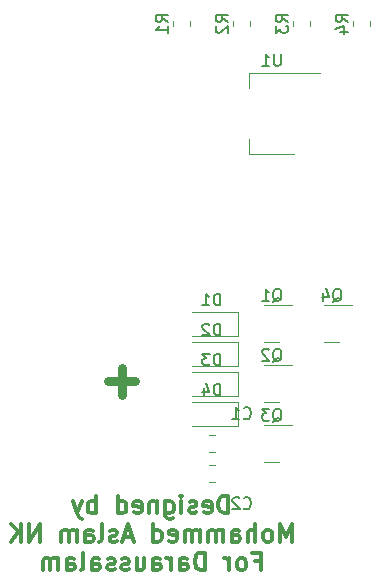
<source format=gbr>
%TF.GenerationSoftware,KiCad,Pcbnew,(6.0.4)*%
%TF.CreationDate,2022-04-22T12:19:17+05:30*%
%TF.ProjectId,esp32 switch,65737033-3220-4737-9769-7463682e6b69,rev?*%
%TF.SameCoordinates,Original*%
%TF.FileFunction,Legend,Bot*%
%TF.FilePolarity,Positive*%
%FSLAX46Y46*%
G04 Gerber Fmt 4.6, Leading zero omitted, Abs format (unit mm)*
G04 Created by KiCad (PCBNEW (6.0.4)) date 2022-04-22 12:19:17*
%MOMM*%
%LPD*%
G01*
G04 APERTURE LIST*
%ADD10C,0.750000*%
%ADD11C,0.300000*%
%ADD12C,0.150000*%
%ADD13C,0.120000*%
G04 APERTURE END LIST*
D10*
X115697142Y-91225714D02*
X117982857Y-91225714D01*
X116840000Y-90082857D02*
X116840000Y-92368571D01*
D11*
X125880000Y-102403571D02*
X125880000Y-100903571D01*
X125522857Y-100903571D01*
X125308571Y-100975000D01*
X125165714Y-101117857D01*
X125094285Y-101260714D01*
X125022857Y-101546428D01*
X125022857Y-101760714D01*
X125094285Y-102046428D01*
X125165714Y-102189285D01*
X125308571Y-102332142D01*
X125522857Y-102403571D01*
X125880000Y-102403571D01*
X123808571Y-102332142D02*
X123951428Y-102403571D01*
X124237142Y-102403571D01*
X124380000Y-102332142D01*
X124451428Y-102189285D01*
X124451428Y-101617857D01*
X124380000Y-101475000D01*
X124237142Y-101403571D01*
X123951428Y-101403571D01*
X123808571Y-101475000D01*
X123737142Y-101617857D01*
X123737142Y-101760714D01*
X124451428Y-101903571D01*
X123165714Y-102332142D02*
X123022857Y-102403571D01*
X122737142Y-102403571D01*
X122594285Y-102332142D01*
X122522857Y-102189285D01*
X122522857Y-102117857D01*
X122594285Y-101975000D01*
X122737142Y-101903571D01*
X122951428Y-101903571D01*
X123094285Y-101832142D01*
X123165714Y-101689285D01*
X123165714Y-101617857D01*
X123094285Y-101475000D01*
X122951428Y-101403571D01*
X122737142Y-101403571D01*
X122594285Y-101475000D01*
X121880000Y-102403571D02*
X121880000Y-101403571D01*
X121880000Y-100903571D02*
X121951428Y-100975000D01*
X121880000Y-101046428D01*
X121808571Y-100975000D01*
X121880000Y-100903571D01*
X121880000Y-101046428D01*
X120522857Y-101403571D02*
X120522857Y-102617857D01*
X120594285Y-102760714D01*
X120665714Y-102832142D01*
X120808571Y-102903571D01*
X121022857Y-102903571D01*
X121165714Y-102832142D01*
X120522857Y-102332142D02*
X120665714Y-102403571D01*
X120951428Y-102403571D01*
X121094285Y-102332142D01*
X121165714Y-102260714D01*
X121237142Y-102117857D01*
X121237142Y-101689285D01*
X121165714Y-101546428D01*
X121094285Y-101475000D01*
X120951428Y-101403571D01*
X120665714Y-101403571D01*
X120522857Y-101475000D01*
X119808571Y-101403571D02*
X119808571Y-102403571D01*
X119808571Y-101546428D02*
X119737142Y-101475000D01*
X119594285Y-101403571D01*
X119380000Y-101403571D01*
X119237142Y-101475000D01*
X119165714Y-101617857D01*
X119165714Y-102403571D01*
X117880000Y-102332142D02*
X118022857Y-102403571D01*
X118308571Y-102403571D01*
X118451428Y-102332142D01*
X118522857Y-102189285D01*
X118522857Y-101617857D01*
X118451428Y-101475000D01*
X118308571Y-101403571D01*
X118022857Y-101403571D01*
X117880000Y-101475000D01*
X117808571Y-101617857D01*
X117808571Y-101760714D01*
X118522857Y-101903571D01*
X116522857Y-102403571D02*
X116522857Y-100903571D01*
X116522857Y-102332142D02*
X116665714Y-102403571D01*
X116951428Y-102403571D01*
X117094285Y-102332142D01*
X117165714Y-102260714D01*
X117237142Y-102117857D01*
X117237142Y-101689285D01*
X117165714Y-101546428D01*
X117094285Y-101475000D01*
X116951428Y-101403571D01*
X116665714Y-101403571D01*
X116522857Y-101475000D01*
X114665714Y-102403571D02*
X114665714Y-100903571D01*
X114665714Y-101475000D02*
X114522857Y-101403571D01*
X114237142Y-101403571D01*
X114094285Y-101475000D01*
X114022857Y-101546428D01*
X113951428Y-101689285D01*
X113951428Y-102117857D01*
X114022857Y-102260714D01*
X114094285Y-102332142D01*
X114237142Y-102403571D01*
X114522857Y-102403571D01*
X114665714Y-102332142D01*
X113451428Y-101403571D02*
X113094285Y-102403571D01*
X112737142Y-101403571D02*
X113094285Y-102403571D01*
X113237142Y-102760714D01*
X113308571Y-102832142D01*
X113451428Y-102903571D01*
X131237142Y-104818571D02*
X131237142Y-103318571D01*
X130737142Y-104390000D01*
X130237142Y-103318571D01*
X130237142Y-104818571D01*
X129308571Y-104818571D02*
X129451428Y-104747142D01*
X129522857Y-104675714D01*
X129594285Y-104532857D01*
X129594285Y-104104285D01*
X129522857Y-103961428D01*
X129451428Y-103890000D01*
X129308571Y-103818571D01*
X129094285Y-103818571D01*
X128951428Y-103890000D01*
X128880000Y-103961428D01*
X128808571Y-104104285D01*
X128808571Y-104532857D01*
X128880000Y-104675714D01*
X128951428Y-104747142D01*
X129094285Y-104818571D01*
X129308571Y-104818571D01*
X128165714Y-104818571D02*
X128165714Y-103318571D01*
X127522857Y-104818571D02*
X127522857Y-104032857D01*
X127594285Y-103890000D01*
X127737142Y-103818571D01*
X127951428Y-103818571D01*
X128094285Y-103890000D01*
X128165714Y-103961428D01*
X126165714Y-104818571D02*
X126165714Y-104032857D01*
X126237142Y-103890000D01*
X126380000Y-103818571D01*
X126665714Y-103818571D01*
X126808571Y-103890000D01*
X126165714Y-104747142D02*
X126308571Y-104818571D01*
X126665714Y-104818571D01*
X126808571Y-104747142D01*
X126880000Y-104604285D01*
X126880000Y-104461428D01*
X126808571Y-104318571D01*
X126665714Y-104247142D01*
X126308571Y-104247142D01*
X126165714Y-104175714D01*
X125451428Y-104818571D02*
X125451428Y-103818571D01*
X125451428Y-103961428D02*
X125380000Y-103890000D01*
X125237142Y-103818571D01*
X125022857Y-103818571D01*
X124880000Y-103890000D01*
X124808571Y-104032857D01*
X124808571Y-104818571D01*
X124808571Y-104032857D02*
X124737142Y-103890000D01*
X124594285Y-103818571D01*
X124380000Y-103818571D01*
X124237142Y-103890000D01*
X124165714Y-104032857D01*
X124165714Y-104818571D01*
X123451428Y-104818571D02*
X123451428Y-103818571D01*
X123451428Y-103961428D02*
X123380000Y-103890000D01*
X123237142Y-103818571D01*
X123022857Y-103818571D01*
X122880000Y-103890000D01*
X122808571Y-104032857D01*
X122808571Y-104818571D01*
X122808571Y-104032857D02*
X122737142Y-103890000D01*
X122594285Y-103818571D01*
X122380000Y-103818571D01*
X122237142Y-103890000D01*
X122165714Y-104032857D01*
X122165714Y-104818571D01*
X120880000Y-104747142D02*
X121022857Y-104818571D01*
X121308571Y-104818571D01*
X121451428Y-104747142D01*
X121522857Y-104604285D01*
X121522857Y-104032857D01*
X121451428Y-103890000D01*
X121308571Y-103818571D01*
X121022857Y-103818571D01*
X120880000Y-103890000D01*
X120808571Y-104032857D01*
X120808571Y-104175714D01*
X121522857Y-104318571D01*
X119522857Y-104818571D02*
X119522857Y-103318571D01*
X119522857Y-104747142D02*
X119665714Y-104818571D01*
X119951428Y-104818571D01*
X120094285Y-104747142D01*
X120165714Y-104675714D01*
X120237142Y-104532857D01*
X120237142Y-104104285D01*
X120165714Y-103961428D01*
X120094285Y-103890000D01*
X119951428Y-103818571D01*
X119665714Y-103818571D01*
X119522857Y-103890000D01*
X117737142Y-104390000D02*
X117022857Y-104390000D01*
X117880000Y-104818571D02*
X117380000Y-103318571D01*
X116880000Y-104818571D01*
X116451428Y-104747142D02*
X116308571Y-104818571D01*
X116022857Y-104818571D01*
X115880000Y-104747142D01*
X115808571Y-104604285D01*
X115808571Y-104532857D01*
X115880000Y-104390000D01*
X116022857Y-104318571D01*
X116237142Y-104318571D01*
X116380000Y-104247142D01*
X116451428Y-104104285D01*
X116451428Y-104032857D01*
X116380000Y-103890000D01*
X116237142Y-103818571D01*
X116022857Y-103818571D01*
X115880000Y-103890000D01*
X114951428Y-104818571D02*
X115094285Y-104747142D01*
X115165714Y-104604285D01*
X115165714Y-103318571D01*
X113737142Y-104818571D02*
X113737142Y-104032857D01*
X113808571Y-103890000D01*
X113951428Y-103818571D01*
X114237142Y-103818571D01*
X114380000Y-103890000D01*
X113737142Y-104747142D02*
X113880000Y-104818571D01*
X114237142Y-104818571D01*
X114380000Y-104747142D01*
X114451428Y-104604285D01*
X114451428Y-104461428D01*
X114380000Y-104318571D01*
X114237142Y-104247142D01*
X113880000Y-104247142D01*
X113737142Y-104175714D01*
X113022857Y-104818571D02*
X113022857Y-103818571D01*
X113022857Y-103961428D02*
X112951428Y-103890000D01*
X112808571Y-103818571D01*
X112594285Y-103818571D01*
X112451428Y-103890000D01*
X112380000Y-104032857D01*
X112380000Y-104818571D01*
X112380000Y-104032857D02*
X112308571Y-103890000D01*
X112165714Y-103818571D01*
X111951428Y-103818571D01*
X111808571Y-103890000D01*
X111737142Y-104032857D01*
X111737142Y-104818571D01*
X109880000Y-104818571D02*
X109880000Y-103318571D01*
X109022857Y-104818571D01*
X109022857Y-103318571D01*
X108308571Y-104818571D02*
X108308571Y-103318571D01*
X107451428Y-104818571D02*
X108094285Y-103961428D01*
X107451428Y-103318571D02*
X108308571Y-104175714D01*
X128094285Y-106447857D02*
X128594285Y-106447857D01*
X128594285Y-107233571D02*
X128594285Y-105733571D01*
X127880000Y-105733571D01*
X127094285Y-107233571D02*
X127237142Y-107162142D01*
X127308571Y-107090714D01*
X127380000Y-106947857D01*
X127380000Y-106519285D01*
X127308571Y-106376428D01*
X127237142Y-106305000D01*
X127094285Y-106233571D01*
X126880000Y-106233571D01*
X126737142Y-106305000D01*
X126665714Y-106376428D01*
X126594285Y-106519285D01*
X126594285Y-106947857D01*
X126665714Y-107090714D01*
X126737142Y-107162142D01*
X126880000Y-107233571D01*
X127094285Y-107233571D01*
X125951428Y-107233571D02*
X125951428Y-106233571D01*
X125951428Y-106519285D02*
X125880000Y-106376428D01*
X125808571Y-106305000D01*
X125665714Y-106233571D01*
X125522857Y-106233571D01*
X123880000Y-107233571D02*
X123880000Y-105733571D01*
X123522857Y-105733571D01*
X123308571Y-105805000D01*
X123165714Y-105947857D01*
X123094285Y-106090714D01*
X123022857Y-106376428D01*
X123022857Y-106590714D01*
X123094285Y-106876428D01*
X123165714Y-107019285D01*
X123308571Y-107162142D01*
X123522857Y-107233571D01*
X123880000Y-107233571D01*
X121737142Y-107233571D02*
X121737142Y-106447857D01*
X121808571Y-106305000D01*
X121951428Y-106233571D01*
X122237142Y-106233571D01*
X122380000Y-106305000D01*
X121737142Y-107162142D02*
X121880000Y-107233571D01*
X122237142Y-107233571D01*
X122380000Y-107162142D01*
X122451428Y-107019285D01*
X122451428Y-106876428D01*
X122380000Y-106733571D01*
X122237142Y-106662142D01*
X121880000Y-106662142D01*
X121737142Y-106590714D01*
X121022857Y-107233571D02*
X121022857Y-106233571D01*
X121022857Y-106519285D02*
X120951428Y-106376428D01*
X120880000Y-106305000D01*
X120737142Y-106233571D01*
X120594285Y-106233571D01*
X119451428Y-107233571D02*
X119451428Y-106447857D01*
X119522857Y-106305000D01*
X119665714Y-106233571D01*
X119951428Y-106233571D01*
X120094285Y-106305000D01*
X119451428Y-107162142D02*
X119594285Y-107233571D01*
X119951428Y-107233571D01*
X120094285Y-107162142D01*
X120165714Y-107019285D01*
X120165714Y-106876428D01*
X120094285Y-106733571D01*
X119951428Y-106662142D01*
X119594285Y-106662142D01*
X119451428Y-106590714D01*
X118094285Y-106233571D02*
X118094285Y-107233571D01*
X118737142Y-106233571D02*
X118737142Y-107019285D01*
X118665714Y-107162142D01*
X118522857Y-107233571D01*
X118308571Y-107233571D01*
X118165714Y-107162142D01*
X118094285Y-107090714D01*
X117451428Y-107162142D02*
X117308571Y-107233571D01*
X117022857Y-107233571D01*
X116880000Y-107162142D01*
X116808571Y-107019285D01*
X116808571Y-106947857D01*
X116880000Y-106805000D01*
X117022857Y-106733571D01*
X117237142Y-106733571D01*
X117380000Y-106662142D01*
X117451428Y-106519285D01*
X117451428Y-106447857D01*
X117380000Y-106305000D01*
X117237142Y-106233571D01*
X117022857Y-106233571D01*
X116880000Y-106305000D01*
X116237142Y-107162142D02*
X116094285Y-107233571D01*
X115808571Y-107233571D01*
X115665714Y-107162142D01*
X115594285Y-107019285D01*
X115594285Y-106947857D01*
X115665714Y-106805000D01*
X115808571Y-106733571D01*
X116022857Y-106733571D01*
X116165714Y-106662142D01*
X116237142Y-106519285D01*
X116237142Y-106447857D01*
X116165714Y-106305000D01*
X116022857Y-106233571D01*
X115808571Y-106233571D01*
X115665714Y-106305000D01*
X114308571Y-107233571D02*
X114308571Y-106447857D01*
X114380000Y-106305000D01*
X114522857Y-106233571D01*
X114808571Y-106233571D01*
X114951428Y-106305000D01*
X114308571Y-107162142D02*
X114451428Y-107233571D01*
X114808571Y-107233571D01*
X114951428Y-107162142D01*
X115022857Y-107019285D01*
X115022857Y-106876428D01*
X114951428Y-106733571D01*
X114808571Y-106662142D01*
X114451428Y-106662142D01*
X114308571Y-106590714D01*
X113380000Y-107233571D02*
X113522857Y-107162142D01*
X113594285Y-107019285D01*
X113594285Y-105733571D01*
X112165714Y-107233571D02*
X112165714Y-106447857D01*
X112237142Y-106305000D01*
X112380000Y-106233571D01*
X112665714Y-106233571D01*
X112808571Y-106305000D01*
X112165714Y-107162142D02*
X112308571Y-107233571D01*
X112665714Y-107233571D01*
X112808571Y-107162142D01*
X112880000Y-107019285D01*
X112880000Y-106876428D01*
X112808571Y-106733571D01*
X112665714Y-106662142D01*
X112308571Y-106662142D01*
X112165714Y-106590714D01*
X111451428Y-107233571D02*
X111451428Y-106233571D01*
X111451428Y-106376428D02*
X111380000Y-106305000D01*
X111237142Y-106233571D01*
X111022857Y-106233571D01*
X110880000Y-106305000D01*
X110808571Y-106447857D01*
X110808571Y-107233571D01*
X110808571Y-106447857D02*
X110737142Y-106305000D01*
X110594285Y-106233571D01*
X110380000Y-106233571D01*
X110237142Y-106305000D01*
X110165714Y-106447857D01*
X110165714Y-107233571D01*
D12*
%TO.C,Q3*%
X129635238Y-94667619D02*
X129730476Y-94620000D01*
X129825714Y-94524761D01*
X129968571Y-94381904D01*
X130063809Y-94334285D01*
X130159047Y-94334285D01*
X130111428Y-94572380D02*
X130206666Y-94524761D01*
X130301904Y-94429523D01*
X130349523Y-94239047D01*
X130349523Y-93905714D01*
X130301904Y-93715238D01*
X130206666Y-93620000D01*
X130111428Y-93572380D01*
X129920952Y-93572380D01*
X129825714Y-93620000D01*
X129730476Y-93715238D01*
X129682857Y-93905714D01*
X129682857Y-94239047D01*
X129730476Y-94429523D01*
X129825714Y-94524761D01*
X129920952Y-94572380D01*
X130111428Y-94572380D01*
X129349523Y-93572380D02*
X128730476Y-93572380D01*
X129063809Y-93953333D01*
X128920952Y-93953333D01*
X128825714Y-94000952D01*
X128778095Y-94048571D01*
X128730476Y-94143809D01*
X128730476Y-94381904D01*
X128778095Y-94477142D01*
X128825714Y-94524761D01*
X128920952Y-94572380D01*
X129206666Y-94572380D01*
X129301904Y-94524761D01*
X129349523Y-94477142D01*
%TO.C,D1*%
X125198095Y-84812380D02*
X125198095Y-83812380D01*
X124960000Y-83812380D01*
X124817142Y-83860000D01*
X124721904Y-83955238D01*
X124674285Y-84050476D01*
X124626666Y-84240952D01*
X124626666Y-84383809D01*
X124674285Y-84574285D01*
X124721904Y-84669523D01*
X124817142Y-84764761D01*
X124960000Y-84812380D01*
X125198095Y-84812380D01*
X123674285Y-84812380D02*
X124245714Y-84812380D01*
X123960000Y-84812380D02*
X123960000Y-83812380D01*
X124055238Y-83955238D01*
X124150476Y-84050476D01*
X124245714Y-84098095D01*
%TO.C,U1*%
X130301904Y-63532380D02*
X130301904Y-64341904D01*
X130254285Y-64437142D01*
X130206666Y-64484761D01*
X130111428Y-64532380D01*
X129920952Y-64532380D01*
X129825714Y-64484761D01*
X129778095Y-64437142D01*
X129730476Y-64341904D01*
X129730476Y-63532380D01*
X128730476Y-64532380D02*
X129301904Y-64532380D01*
X129016190Y-64532380D02*
X129016190Y-63532380D01*
X129111428Y-63675238D01*
X129206666Y-63770476D01*
X129301904Y-63818095D01*
%TO.C,Q4*%
X134715238Y-84507619D02*
X134810476Y-84460000D01*
X134905714Y-84364761D01*
X135048571Y-84221904D01*
X135143809Y-84174285D01*
X135239047Y-84174285D01*
X135191428Y-84412380D02*
X135286666Y-84364761D01*
X135381904Y-84269523D01*
X135429523Y-84079047D01*
X135429523Y-83745714D01*
X135381904Y-83555238D01*
X135286666Y-83460000D01*
X135191428Y-83412380D01*
X135000952Y-83412380D01*
X134905714Y-83460000D01*
X134810476Y-83555238D01*
X134762857Y-83745714D01*
X134762857Y-84079047D01*
X134810476Y-84269523D01*
X134905714Y-84364761D01*
X135000952Y-84412380D01*
X135191428Y-84412380D01*
X133905714Y-83745714D02*
X133905714Y-84412380D01*
X134143809Y-83364761D02*
X134381904Y-84079047D01*
X133762857Y-84079047D01*
%TO.C,Q2*%
X129635238Y-89587619D02*
X129730476Y-89540000D01*
X129825714Y-89444761D01*
X129968571Y-89301904D01*
X130063809Y-89254285D01*
X130159047Y-89254285D01*
X130111428Y-89492380D02*
X130206666Y-89444761D01*
X130301904Y-89349523D01*
X130349523Y-89159047D01*
X130349523Y-88825714D01*
X130301904Y-88635238D01*
X130206666Y-88540000D01*
X130111428Y-88492380D01*
X129920952Y-88492380D01*
X129825714Y-88540000D01*
X129730476Y-88635238D01*
X129682857Y-88825714D01*
X129682857Y-89159047D01*
X129730476Y-89349523D01*
X129825714Y-89444761D01*
X129920952Y-89492380D01*
X130111428Y-89492380D01*
X129301904Y-88587619D02*
X129254285Y-88540000D01*
X129159047Y-88492380D01*
X128920952Y-88492380D01*
X128825714Y-88540000D01*
X128778095Y-88587619D01*
X128730476Y-88682857D01*
X128730476Y-88778095D01*
X128778095Y-88920952D01*
X129349523Y-89492380D01*
X128730476Y-89492380D01*
%TO.C,D4*%
X125198095Y-92432380D02*
X125198095Y-91432380D01*
X124960000Y-91432380D01*
X124817142Y-91480000D01*
X124721904Y-91575238D01*
X124674285Y-91670476D01*
X124626666Y-91860952D01*
X124626666Y-92003809D01*
X124674285Y-92194285D01*
X124721904Y-92289523D01*
X124817142Y-92384761D01*
X124960000Y-92432380D01*
X125198095Y-92432380D01*
X123769523Y-91765714D02*
X123769523Y-92432380D01*
X124007619Y-91384761D02*
X124245714Y-92099047D01*
X123626666Y-92099047D01*
%TO.C,Q1*%
X129635238Y-84507619D02*
X129730476Y-84460000D01*
X129825714Y-84364761D01*
X129968571Y-84221904D01*
X130063809Y-84174285D01*
X130159047Y-84174285D01*
X130111428Y-84412380D02*
X130206666Y-84364761D01*
X130301904Y-84269523D01*
X130349523Y-84079047D01*
X130349523Y-83745714D01*
X130301904Y-83555238D01*
X130206666Y-83460000D01*
X130111428Y-83412380D01*
X129920952Y-83412380D01*
X129825714Y-83460000D01*
X129730476Y-83555238D01*
X129682857Y-83745714D01*
X129682857Y-84079047D01*
X129730476Y-84269523D01*
X129825714Y-84364761D01*
X129920952Y-84412380D01*
X130111428Y-84412380D01*
X128730476Y-84412380D02*
X129301904Y-84412380D01*
X129016190Y-84412380D02*
X129016190Y-83412380D01*
X129111428Y-83555238D01*
X129206666Y-83650476D01*
X129301904Y-83698095D01*
%TO.C,D3*%
X125198095Y-89892380D02*
X125198095Y-88892380D01*
X124960000Y-88892380D01*
X124817142Y-88940000D01*
X124721904Y-89035238D01*
X124674285Y-89130476D01*
X124626666Y-89320952D01*
X124626666Y-89463809D01*
X124674285Y-89654285D01*
X124721904Y-89749523D01*
X124817142Y-89844761D01*
X124960000Y-89892380D01*
X125198095Y-89892380D01*
X124293333Y-88892380D02*
X123674285Y-88892380D01*
X124007619Y-89273333D01*
X123864761Y-89273333D01*
X123769523Y-89320952D01*
X123721904Y-89368571D01*
X123674285Y-89463809D01*
X123674285Y-89701904D01*
X123721904Y-89797142D01*
X123769523Y-89844761D01*
X123864761Y-89892380D01*
X124150476Y-89892380D01*
X124245714Y-89844761D01*
X124293333Y-89797142D01*
%TO.C,R4*%
X135962380Y-60793333D02*
X135486190Y-60460000D01*
X135962380Y-60221904D02*
X134962380Y-60221904D01*
X134962380Y-60602857D01*
X135010000Y-60698095D01*
X135057619Y-60745714D01*
X135152857Y-60793333D01*
X135295714Y-60793333D01*
X135390952Y-60745714D01*
X135438571Y-60698095D01*
X135486190Y-60602857D01*
X135486190Y-60221904D01*
X135295714Y-61650476D02*
X135962380Y-61650476D01*
X134914761Y-61412380D02*
X135629047Y-61174285D01*
X135629047Y-61793333D01*
%TO.C,D2*%
X125198095Y-87352380D02*
X125198095Y-86352380D01*
X124960000Y-86352380D01*
X124817142Y-86400000D01*
X124721904Y-86495238D01*
X124674285Y-86590476D01*
X124626666Y-86780952D01*
X124626666Y-86923809D01*
X124674285Y-87114285D01*
X124721904Y-87209523D01*
X124817142Y-87304761D01*
X124960000Y-87352380D01*
X125198095Y-87352380D01*
X124245714Y-86447619D02*
X124198095Y-86400000D01*
X124102857Y-86352380D01*
X123864761Y-86352380D01*
X123769523Y-86400000D01*
X123721904Y-86447619D01*
X123674285Y-86542857D01*
X123674285Y-86638095D01*
X123721904Y-86780952D01*
X124293333Y-87352380D01*
X123674285Y-87352380D01*
%TO.C,C1*%
X127166666Y-94337142D02*
X127214285Y-94384761D01*
X127357142Y-94432380D01*
X127452380Y-94432380D01*
X127595238Y-94384761D01*
X127690476Y-94289523D01*
X127738095Y-94194285D01*
X127785714Y-94003809D01*
X127785714Y-93860952D01*
X127738095Y-93670476D01*
X127690476Y-93575238D01*
X127595238Y-93480000D01*
X127452380Y-93432380D01*
X127357142Y-93432380D01*
X127214285Y-93480000D01*
X127166666Y-93527619D01*
X126214285Y-94432380D02*
X126785714Y-94432380D01*
X126500000Y-94432380D02*
X126500000Y-93432380D01*
X126595238Y-93575238D01*
X126690476Y-93670476D01*
X126785714Y-93718095D01*
%TO.C,R3*%
X130882380Y-60793333D02*
X130406190Y-60460000D01*
X130882380Y-60221904D02*
X129882380Y-60221904D01*
X129882380Y-60602857D01*
X129930000Y-60698095D01*
X129977619Y-60745714D01*
X130072857Y-60793333D01*
X130215714Y-60793333D01*
X130310952Y-60745714D01*
X130358571Y-60698095D01*
X130406190Y-60602857D01*
X130406190Y-60221904D01*
X129882380Y-61126666D02*
X129882380Y-61745714D01*
X130263333Y-61412380D01*
X130263333Y-61555238D01*
X130310952Y-61650476D01*
X130358571Y-61698095D01*
X130453809Y-61745714D01*
X130691904Y-61745714D01*
X130787142Y-61698095D01*
X130834761Y-61650476D01*
X130882380Y-61555238D01*
X130882380Y-61269523D01*
X130834761Y-61174285D01*
X130787142Y-61126666D01*
%TO.C,R2*%
X125802380Y-60793333D02*
X125326190Y-60460000D01*
X125802380Y-60221904D02*
X124802380Y-60221904D01*
X124802380Y-60602857D01*
X124850000Y-60698095D01*
X124897619Y-60745714D01*
X124992857Y-60793333D01*
X125135714Y-60793333D01*
X125230952Y-60745714D01*
X125278571Y-60698095D01*
X125326190Y-60602857D01*
X125326190Y-60221904D01*
X124897619Y-61174285D02*
X124850000Y-61221904D01*
X124802380Y-61317142D01*
X124802380Y-61555238D01*
X124850000Y-61650476D01*
X124897619Y-61698095D01*
X124992857Y-61745714D01*
X125088095Y-61745714D01*
X125230952Y-61698095D01*
X125802380Y-61126666D01*
X125802380Y-61745714D01*
%TO.C,R1*%
X120722380Y-60793333D02*
X120246190Y-60460000D01*
X120722380Y-60221904D02*
X119722380Y-60221904D01*
X119722380Y-60602857D01*
X119770000Y-60698095D01*
X119817619Y-60745714D01*
X119912857Y-60793333D01*
X120055714Y-60793333D01*
X120150952Y-60745714D01*
X120198571Y-60698095D01*
X120246190Y-60602857D01*
X120246190Y-60221904D01*
X120722380Y-61745714D02*
X120722380Y-61174285D01*
X120722380Y-61460000D02*
X119722380Y-61460000D01*
X119865238Y-61364761D01*
X119960476Y-61269523D01*
X120008095Y-61174285D01*
%TO.C,C2*%
X127166666Y-101957142D02*
X127214285Y-102004761D01*
X127357142Y-102052380D01*
X127452380Y-102052380D01*
X127595238Y-102004761D01*
X127690476Y-101909523D01*
X127738095Y-101814285D01*
X127785714Y-101623809D01*
X127785714Y-101480952D01*
X127738095Y-101290476D01*
X127690476Y-101195238D01*
X127595238Y-101100000D01*
X127452380Y-101052380D01*
X127357142Y-101052380D01*
X127214285Y-101100000D01*
X127166666Y-101147619D01*
X126785714Y-101147619D02*
X126738095Y-101100000D01*
X126642857Y-101052380D01*
X126404761Y-101052380D01*
X126309523Y-101100000D01*
X126261904Y-101147619D01*
X126214285Y-101242857D01*
X126214285Y-101338095D01*
X126261904Y-101480952D01*
X126833333Y-102052380D01*
X126214285Y-102052380D01*
D13*
%TO.C,Q3*%
X129540000Y-98080000D02*
X130190000Y-98080000D01*
X129540000Y-98080000D02*
X128890000Y-98080000D01*
X129540000Y-94960000D02*
X131215000Y-94960000D01*
X129540000Y-94960000D02*
X128890000Y-94960000D01*
%TO.C,D1*%
X126710000Y-85360000D02*
X122810000Y-85360000D01*
X126710000Y-85360000D02*
X126710000Y-87360000D01*
X126710000Y-87360000D02*
X122810000Y-87360000D01*
%TO.C,U1*%
X127630000Y-71990000D02*
X127630000Y-70730000D01*
X133640000Y-65170000D02*
X127630000Y-65170000D01*
X131390000Y-71990000D02*
X127630000Y-71990000D01*
X127630000Y-65170000D02*
X127630000Y-66430000D01*
%TO.C,Q4*%
X134620000Y-87920000D02*
X133970000Y-87920000D01*
X134620000Y-84800000D02*
X136295000Y-84800000D01*
X134620000Y-87920000D02*
X135270000Y-87920000D01*
X134620000Y-84800000D02*
X133970000Y-84800000D01*
%TO.C,Q2*%
X129540000Y-93000000D02*
X130190000Y-93000000D01*
X129540000Y-93000000D02*
X128890000Y-93000000D01*
X129540000Y-89880000D02*
X131215000Y-89880000D01*
X129540000Y-89880000D02*
X128890000Y-89880000D01*
%TO.C,D4*%
X126710000Y-92980000D02*
X122810000Y-92980000D01*
X126710000Y-94980000D02*
X122810000Y-94980000D01*
X126710000Y-92980000D02*
X126710000Y-94980000D01*
%TO.C,Q1*%
X129540000Y-84800000D02*
X131215000Y-84800000D01*
X129540000Y-84800000D02*
X128890000Y-84800000D01*
X129540000Y-87920000D02*
X128890000Y-87920000D01*
X129540000Y-87920000D02*
X130190000Y-87920000D01*
%TO.C,D3*%
X126710000Y-90440000D02*
X126710000Y-92440000D01*
X126710000Y-92440000D02*
X122810000Y-92440000D01*
X126710000Y-90440000D02*
X122810000Y-90440000D01*
%TO.C,R4*%
X136425000Y-60732936D02*
X136425000Y-61187064D01*
X137895000Y-60732936D02*
X137895000Y-61187064D01*
%TO.C,D2*%
X126710000Y-87900000D02*
X122810000Y-87900000D01*
X126710000Y-89900000D02*
X122810000Y-89900000D01*
X126710000Y-87900000D02*
X126710000Y-89900000D01*
%TO.C,C1*%
X124721252Y-95785000D02*
X124198748Y-95785000D01*
X124721252Y-97255000D02*
X124198748Y-97255000D01*
%TO.C,R3*%
X131345000Y-60732936D02*
X131345000Y-61187064D01*
X132815000Y-60732936D02*
X132815000Y-61187064D01*
%TO.C,R2*%
X126265000Y-60732936D02*
X126265000Y-61187064D01*
X127735000Y-60732936D02*
X127735000Y-61187064D01*
%TO.C,R1*%
X121185000Y-60732936D02*
X121185000Y-61187064D01*
X122655000Y-60732936D02*
X122655000Y-61187064D01*
%TO.C,C2*%
X124198748Y-99795000D02*
X124721252Y-99795000D01*
X124198748Y-98325000D02*
X124721252Y-98325000D01*
%TD*%
M02*

</source>
